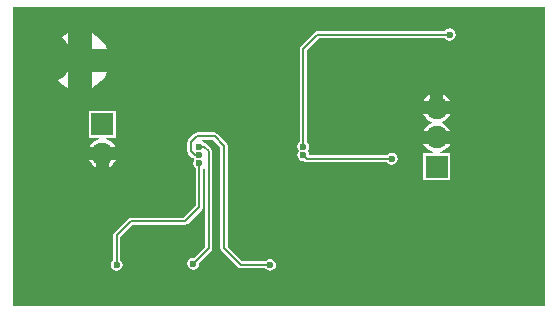
<source format=gbl>
G04*
G04 #@! TF.GenerationSoftware,Altium Limited,Altium Designer,19.1.6 (110)*
G04*
G04 Layer_Physical_Order=2*
G04 Layer_Color=16711680*
%FSLAX43Y43*%
%MOMM*%
G71*
G01*
G75*
%ADD11C,0.200*%
%ADD43C,4.200*%
%ADD44R,1.900X1.900*%
%ADD45C,1.900*%
%ADD46C,0.600*%
G36*
X91645Y70155D02*
X46655D01*
Y95445D01*
X91645D01*
Y70155D01*
D02*
G37*
%LPC*%
G36*
X83600Y93610D02*
X83405Y93571D01*
X83240Y93460D01*
X83203Y93406D01*
X72400D01*
X72283Y93383D01*
X72184Y93316D01*
X72184Y93316D01*
X70984Y92116D01*
X70917Y92017D01*
X70894Y91900D01*
X70894Y91900D01*
Y83997D01*
X70840Y83960D01*
X70729Y83795D01*
X70690Y83600D01*
X70729Y83405D01*
X70833Y83250D01*
X70729Y83095D01*
X70690Y82900D01*
X70729Y82705D01*
X70840Y82540D01*
X71005Y82429D01*
X71200Y82390D01*
X71264Y82403D01*
X71284Y82384D01*
X71284Y82384D01*
X71383Y82317D01*
X71500Y82294D01*
X71500Y82294D01*
X78303D01*
X78340Y82240D01*
X78505Y82129D01*
X78700Y82090D01*
X78895Y82129D01*
X79060Y82240D01*
X79171Y82405D01*
X79210Y82600D01*
X79171Y82795D01*
X79060Y82960D01*
X78895Y83071D01*
X78700Y83110D01*
X78505Y83071D01*
X78340Y82960D01*
X78303Y82906D01*
X71709D01*
X71671Y83095D01*
X71567Y83250D01*
X71671Y83405D01*
X71710Y83600D01*
X71671Y83795D01*
X71560Y83960D01*
X71506Y83997D01*
Y91773D01*
X72527Y92794D01*
X83203D01*
X83240Y92740D01*
X83405Y92629D01*
X83600Y92590D01*
X83795Y92629D01*
X83960Y92740D01*
X84071Y92905D01*
X84110Y93100D01*
X84071Y93295D01*
X83960Y93460D01*
X83795Y93571D01*
X83600Y93610D01*
D02*
G37*
G36*
X53300Y93200D02*
Y91900D01*
X54600D01*
X54389Y92296D01*
X54076Y92676D01*
X53696Y92989D01*
X53300Y93200D01*
D02*
G37*
G36*
X51300D02*
X50904Y92989D01*
X50524Y92676D01*
X50211Y92296D01*
X50000Y91900D01*
X51300D01*
Y93200D01*
D02*
G37*
G36*
X54600Y89900D02*
X53300D01*
Y88600D01*
X53696Y88811D01*
X54076Y89124D01*
X54389Y89504D01*
X54600Y89900D01*
D02*
G37*
G36*
X51300D02*
X50000D01*
X50211Y89504D01*
X50524Y89124D01*
X50904Y88811D01*
X51300Y88600D01*
Y89900D01*
D02*
G37*
G36*
X83050Y88025D02*
Y87450D01*
X83625D01*
X83592Y87530D01*
X83392Y87792D01*
X83130Y87992D01*
X83050Y88025D01*
D02*
G37*
G36*
X81950Y88025D02*
X81870Y87992D01*
X81608Y87792D01*
X81408Y87530D01*
X81375Y87450D01*
X81950D01*
Y88025D01*
D02*
G37*
G36*
X83625Y86350D02*
X82500D01*
X81375D01*
X81408Y86270D01*
X81608Y86008D01*
X81870Y85808D01*
X82085Y85719D01*
Y85581D01*
X81870Y85492D01*
X81608Y85292D01*
X81408Y85030D01*
X81375Y84950D01*
X82500D01*
X83625D01*
X83592Y85030D01*
X83392Y85292D01*
X83130Y85492D01*
X82915Y85581D01*
Y85719D01*
X83130Y85808D01*
X83392Y86008D01*
X83592Y86270D01*
X83625Y86350D01*
D02*
G37*
G36*
X55350Y86650D02*
X53050D01*
Y84350D01*
X53905D01*
X53913Y84223D01*
X53874Y84218D01*
X53570Y84092D01*
X53308Y83892D01*
X53108Y83630D01*
X53075Y83550D01*
X54200D01*
X55325D01*
X55292Y83630D01*
X55092Y83892D01*
X54830Y84092D01*
X54526Y84218D01*
X54487Y84223D01*
X54495Y84350D01*
X55350D01*
Y86650D01*
D02*
G37*
G36*
X55325Y82450D02*
X54750D01*
Y81875D01*
X54830Y81908D01*
X55092Y82108D01*
X55292Y82370D01*
X55325Y82450D01*
D02*
G37*
G36*
X53650D02*
X53075D01*
X53108Y82370D01*
X53308Y82108D01*
X53570Y81908D01*
X53650Y81875D01*
Y82450D01*
D02*
G37*
G36*
X83625Y83850D02*
X82500D01*
X81375D01*
X81408Y83770D01*
X81608Y83508D01*
X81870Y83308D01*
X82174Y83182D01*
X82213Y83177D01*
X82205Y83050D01*
X81350D01*
Y80750D01*
X83650D01*
Y83050D01*
X82795D01*
X82787Y83177D01*
X82826Y83182D01*
X83130Y83308D01*
X83392Y83508D01*
X83592Y83770D01*
X83625Y83850D01*
D02*
G37*
G36*
X63700Y84806D02*
X63700Y84806D01*
X62200D01*
X62083Y84783D01*
X61984Y84716D01*
X61984Y84716D01*
X61484Y84216D01*
X61417Y84117D01*
X61394Y84000D01*
X61394Y84000D01*
Y83200D01*
X61394Y83200D01*
X61417Y83083D01*
X61484Y82984D01*
X61784Y82684D01*
X61883Y82617D01*
X61920Y82610D01*
X61979Y82470D01*
X61929Y82395D01*
X61890Y82200D01*
X61929Y82005D01*
X62040Y81840D01*
X62094Y81803D01*
Y78627D01*
X61073Y77606D01*
X56600D01*
X56483Y77583D01*
X56384Y77516D01*
X56384Y77516D01*
X55184Y76316D01*
X55117Y76217D01*
X55094Y76100D01*
X55094Y76100D01*
Y73997D01*
X55040Y73960D01*
X54929Y73795D01*
X54890Y73600D01*
X54929Y73405D01*
X55040Y73240D01*
X55205Y73129D01*
X55400Y73090D01*
X55595Y73129D01*
X55760Y73240D01*
X55871Y73405D01*
X55910Y73600D01*
X55871Y73795D01*
X55760Y73960D01*
X55706Y73997D01*
Y75973D01*
X56727Y76994D01*
X61200D01*
X61200Y76994D01*
X61317Y77017D01*
X61416Y77084D01*
X62616Y78284D01*
X62683Y78383D01*
X62706Y78500D01*
Y81748D01*
X62767Y81794D01*
X62894Y81730D01*
Y75127D01*
X61964Y74197D01*
X61900Y74210D01*
X61705Y74171D01*
X61540Y74060D01*
X61429Y73895D01*
X61390Y73700D01*
X61429Y73505D01*
X61540Y73340D01*
X61705Y73229D01*
X61900Y73190D01*
X62095Y73229D01*
X62260Y73340D01*
X62371Y73505D01*
X62410Y73700D01*
X62397Y73764D01*
X63416Y74784D01*
X63483Y74883D01*
X63506Y75000D01*
Y83200D01*
X63483Y83317D01*
X63416Y83416D01*
X63416Y83416D01*
X63016Y83816D01*
X62917Y83883D01*
X62800Y83906D01*
X62800Y83906D01*
X62797D01*
X62760Y83960D01*
X62601Y84067D01*
X62599Y84077D01*
X62642Y84194D01*
X63573D01*
X64194Y83573D01*
Y75000D01*
X64194Y75000D01*
X64217Y74883D01*
X64284Y74784D01*
X65684Y73384D01*
X65684Y73384D01*
X65783Y73317D01*
X65900Y73294D01*
X65900Y73294D01*
X68003D01*
X68040Y73240D01*
X68205Y73129D01*
X68400Y73090D01*
X68595Y73129D01*
X68760Y73240D01*
X68871Y73405D01*
X68910Y73600D01*
X68871Y73795D01*
X68760Y73960D01*
X68595Y74071D01*
X68400Y74110D01*
X68205Y74071D01*
X68040Y73960D01*
X68003Y73906D01*
X66027D01*
X64806Y75127D01*
Y83700D01*
X64783Y83817D01*
X64716Y83916D01*
X63916Y84716D01*
X63817Y84783D01*
X63700Y84806D01*
D02*
G37*
%LPD*%
D11*
X65900Y73600D02*
X68400D01*
X64500Y75000D02*
X65900Y73600D01*
X64500Y75000D02*
Y83700D01*
X63700Y84500D02*
X64500Y83700D01*
X62200Y84500D02*
X63700D01*
X61700Y83200D02*
Y84000D01*
X62200Y84500D01*
X62000Y82900D02*
X62400D01*
Y83600D02*
X62800D01*
X61700Y83200D02*
X62000Y82900D01*
X62800Y83600D02*
X63200Y83200D01*
Y75000D02*
Y83200D01*
X61900Y73700D02*
X63200Y75000D01*
X71200Y82900D02*
X71500Y82600D01*
X78700D01*
X62400Y78500D02*
Y82200D01*
X61200Y77300D02*
X62400Y78500D01*
X56600Y77300D02*
X61200D01*
X55400Y76100D02*
X56600Y77300D01*
X55400Y73600D02*
Y76100D01*
X71200Y83600D02*
Y91900D01*
X72400Y93100D01*
X83600D01*
D43*
X88900Y74900D02*
D03*
X49500Y91100D02*
D03*
D44*
X82500Y81900D02*
D03*
X54200Y85500D02*
D03*
D45*
X82500Y84400D02*
D03*
Y86900D02*
D03*
X54200Y83000D02*
D03*
D46*
X62400Y82900D02*
D03*
Y83600D02*
D03*
X65900Y83900D02*
D03*
X66800D02*
D03*
X67700Y84900D02*
D03*
X66800D02*
D03*
X65900D02*
D03*
X67700Y83000D02*
D03*
X66800D02*
D03*
X65900D02*
D03*
X67700Y84000D02*
D03*
X71200Y82900D02*
D03*
X62400Y82200D02*
D03*
X83600Y93100D02*
D03*
X74800Y87200D02*
D03*
X74000D02*
D03*
Y88000D02*
D03*
X74800D02*
D03*
X75600Y87200D02*
D03*
X79300Y73700D02*
D03*
X78500D02*
D03*
Y74600D02*
D03*
Y75400D02*
D03*
Y76200D02*
D03*
X79300D02*
D03*
X57900Y72200D02*
D03*
X58900D02*
D03*
Y71300D02*
D03*
X57900D02*
D03*
X67000Y77900D02*
D03*
X68800D02*
D03*
X67900D02*
D03*
X67000Y78700D02*
D03*
Y79500D02*
D03*
X59000Y81700D02*
D03*
X59900D02*
D03*
X60900Y82600D02*
D03*
X60100D02*
D03*
X60800Y81700D02*
D03*
X58100D02*
D03*
X61900Y73700D02*
D03*
X65500Y81100D02*
D03*
X67300D02*
D03*
Y81900D02*
D03*
X66400Y81100D02*
D03*
Y81900D02*
D03*
X65500D02*
D03*
X68100D02*
D03*
Y81100D02*
D03*
X75600Y88000D02*
D03*
X59100Y82600D02*
D03*
Y83400D02*
D03*
X78700Y82600D02*
D03*
X76300Y80500D02*
D03*
Y81400D02*
D03*
X73900Y80500D02*
D03*
Y81400D02*
D03*
X71500D02*
D03*
Y80500D02*
D03*
Y79700D02*
D03*
X75100D02*
D03*
X78700Y81300D02*
D03*
X72400Y79700D02*
D03*
X74200D02*
D03*
X73300D02*
D03*
X77800D02*
D03*
X78700Y80500D02*
D03*
X56300Y83400D02*
D03*
Y82600D02*
D03*
X61700Y81700D02*
D03*
X57100Y89400D02*
D03*
X57900D02*
D03*
X60100Y83400D02*
D03*
X60900D02*
D03*
X57300Y82600D02*
D03*
Y83400D02*
D03*
X58100D02*
D03*
Y82600D02*
D03*
X56300Y81700D02*
D03*
X58700Y89400D02*
D03*
X59500Y88600D02*
D03*
Y89400D02*
D03*
X51600Y71300D02*
D03*
X52600D02*
D03*
Y72200D02*
D03*
X51600D02*
D03*
X64500Y71300D02*
D03*
X65500D02*
D03*
Y72200D02*
D03*
X64500D02*
D03*
X71200Y83600D02*
D03*
X73900Y86300D02*
D03*
X68100Y85900D02*
D03*
X66400D02*
D03*
X67300D02*
D03*
X65500D02*
D03*
X57200Y81700D02*
D03*
X78700Y79700D02*
D03*
X76900D02*
D03*
X76000D02*
D03*
X68400Y73600D02*
D03*
X55400D02*
D03*
M02*

</source>
